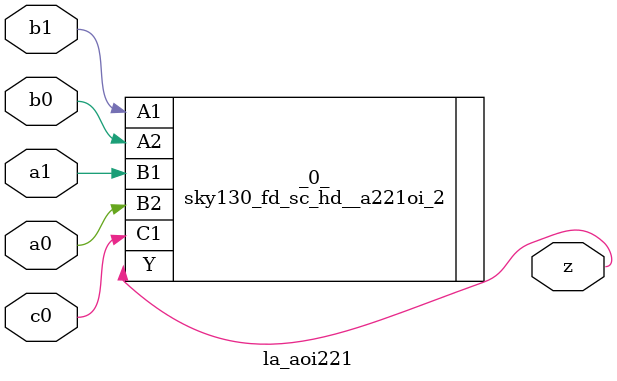
<source format=v>

module la_aoi221(a0, a1, b0, b1, c0, z);
  input a0;
  input a1;
  input b0;
  input b1;
  input c0;
  output z;
  sky130_fd_sc_hd__a221oi_2 _0_ (
    .A1(b1),
    .A2(b0),
    .B1(a1),
    .B2(a0),
    .C1(c0),
    .Y(z)
  );
endmodule

</source>
